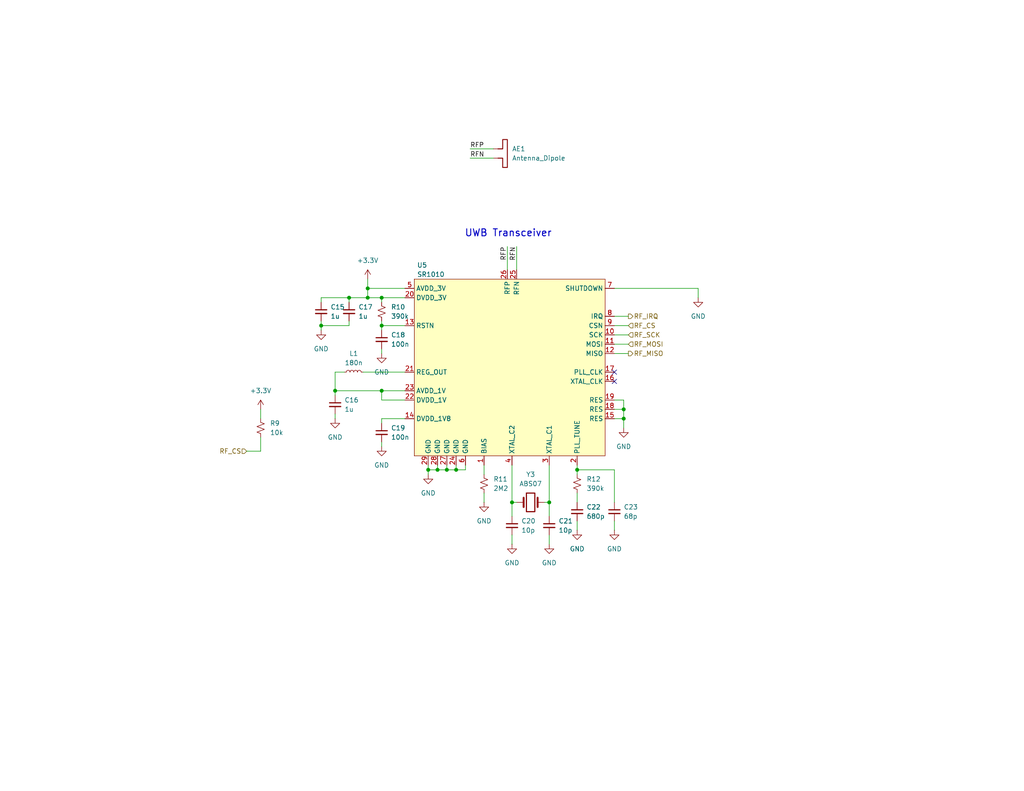
<source format=kicad_sch>
(kicad_sch (version 20250114) (generator "eeschema") (generator_version "9.0")
  (paper "USLetter")
  (title_block (title "RF Transceiver") (rev "1.0"))
  (lib_symbols
    (symbol "Device:Antenna_Dipole" (pin_numbers (hide yes)) (pin_names (offset 1.016) (hide yes))
      (property "Reference" "AE" (at 1.27 1.27 0))
      (property "Value" "Antenna_Dipole" (at 1.27 0 0))
      (symbol "Antenna_Dipole_0_1"
        (polyline (pts (xy 2.54 -3.81) (xy 2.54 -2.54) (xy 5.08 -2.54) (xy 5.08 -1.27) (xy -2.54 -1.27) (xy -2.54 -2.54) (xy 0 -2.54) (xy 0 -3.81)) (stroke (width 0.254)))
      )
      (symbol "Antenna_Dipole_1_1"
        (pin input line (at 0 -5.08 90) (length 2.54) (name "~") (number "1"))
        (pin input line (at 2.54 -5.08 90) (length 2.54) (name "~") (number "2"))
      )
    )
    (symbol "Device:C_Small" (pin_numbers (hide yes)) (pin_names (offset 0.254) (hide yes))
      (property "Reference" "C" (at 0.254 1.778 0))
      (property "Value" "C_Small" (at 0.254 -2.032 0))
      (symbol "C_Small_0_1"
        (polyline (pts (xy -1.524 0.508) (xy 1.524 0.508)) (stroke (width 0.3048)))
        (polyline (pts (xy -1.524 -0.508) (xy 1.524 -0.508)) (stroke (width 0.3302)))
      )
      (symbol "C_Small_1_1"
        (pin passive line (at 0 2.54 270) (length 2.032) (name "~") (number "1"))
        (pin passive line (at 0 -2.54 90) (length 2.032) (name "~") (number "2"))
      )
    )
    (symbol "Device:L_Small" (pin_numbers (hide yes)) (pin_names (offset 0.254) (hide yes))
      (property "Reference" "L" (at 0.762 1.016 0))
      (property "Value" "L_Small" (at 0.762 -1.016 0))
      (symbol "L_Small_0_1"
        (arc (start 0 2.032) (mid 0.5058 1.524) (end 0 1.016))
        (arc (start 0 1.016) (mid 0.5058 0.508) (end 0 0))
        (arc (start 0 0) (mid 0.5058 -0.508) (end 0 -1.016))
        (arc (start 0 -1.016) (mid 0.5058 -1.524) (end 0 -2.032))
      )
      (symbol "L_Small_1_1"
        (pin passive line (at 0 2.54 270) (length 0.508) (name "~") (number "1"))
        (pin passive line (at 0 -2.54 90) (length 0.508) (name "~") (number "2"))
      )
    )
    (symbol "Device:R_Small_US" (pin_numbers (hide yes)) (pin_names (offset 0.254) (hide yes))
      (property "Reference" "R" (at 0.762 0.508 0))
      (property "Value" "R_Small_US" (at 0.762 -1.016 0))
      (symbol "R_Small_US_1_1"
        (polyline (pts (xy 0 1.524) (xy 1.016 1.143) (xy 0 0.762) (xy -1.016 0.381) (xy 0 0)))
        (polyline (pts (xy 0 0) (xy 1.016 -0.381) (xy 0 -0.762) (xy -1.016 -1.143) (xy 0 -1.524)))
        (pin passive line (at 0 2.54 270) (length 1.016) (name "~") (number "1"))
        (pin passive line (at 0 -2.54 90) (length 1.016) (name "~") (number "2"))
      )
    )
    (symbol "kjp_symlib:ABS07-120-32.768KHZ-T" (pin_numbers (hide yes)) (pin_names (offset 1.016) (hide yes))
      (property "Reference" "Y" (at 0 3.81 0))
      (property "Value" "ABS07-120-32.768KHZ-T" (at 0 -3.81 0))
      (symbol "ABS07-120-32.768KHZ-T_0_1"
        (polyline (pts (xy -2.54 0) (xy -1.905 0)))
        (polyline (pts (xy -1.905 -1.27) (xy -1.905 1.27)) (stroke (width 0.508)))
        (rectangle (start -1.143 2.54) (end 1.143 -2.54) (stroke (width 0.3048)))
        (polyline (pts (xy 1.905 -1.27) (xy 1.905 1.27)) (stroke (width 0.508)))
        (polyline (pts (xy 2.54 0) (xy 1.905 0)))
      )
      (symbol "ABS07-120-32.768KHZ-T_1_1"
        (pin passive line (at -3.81 0 0) (length 1.27) (name "1") (number "1"))
        (pin passive line (at 3.81 0 180) (length 1.27) (name "2") (number "2"))
      )
    )
    (symbol "kjp_symlib:SR1010"
      (property "Reference" "U" (at -25.4 19.812 0))
      (property "Value" "SR1010" (at -22.352 17.78 0))
      (symbol "SR1010_1_1"
        (rectangle (start -26.67 16.51) (end 25.4 -31.75) (fill (type background)))
        (pin power_in line (at -29.21 13.97 0) (length 2.54) (name "AVDD_3V") (number "5"))
        (pin power_in line (at -29.21 11.43 0) (length 2.54) (name "DVDD_3V") (number "20"))
        (pin input line (at -29.21 3.81 0) (length 2.54) (name "RSTN") (number "13"))
        (pin output line (at -29.21 -8.89 0) (length 2.54) (name "REG_OUT") (number "21"))
        (pin power_in line (at -29.21 -13.97 0) (length 2.54) (name "AVDD_1V") (number "23"))
        (pin power_in line (at -29.21 -16.51 0) (length 2.54) (name "DVDD_1V") (number "22"))
        (pin power_in line (at -29.21 -21.59 0) (length 2.54) (name "DVDD_1V8") (number "14"))
        (pin power_in line (at -22.86 -34.29 90) (length 2.54) (name "GND") (number "29"))
        (pin power_in line (at -20.32 -34.29 90) (length 2.54) (name "GND") (number "28"))
        (pin power_in line (at -17.78 -34.29 90) (length 2.54) (name "GND") (number "27"))
        (pin power_in line (at -15.24 -34.29 90) (length 2.54) (name "GND") (number "24"))
        (pin power_in line (at -12.7 -34.29 90) (length 2.54) (name "GND") (number "6"))
        (pin bidirectional line (at -7.62 -34.29 90) (length 2.54) (name "BIAS") (number "1"))
        (pin bidirectional line (at -1.27 19.05 270) (length 2.54) (name "RFP") (number "26"))
        (pin output line (at 0 -34.29 90) (length 2.54) (name "XTAL_C2") (number "4"))
        (pin bidirectional line (at 1.27 19.05 270) (length 2.54) (name "RFN") (number "25"))
        (pin input line (at 10.16 -34.29 90) (length 2.54) (name "XTAL_C1") (number "3"))
        (pin bidirectional line (at 17.78 -34.29 90) (length 2.54) (name "PLL_TUNE") (number "2"))
        (pin input line (at 27.94 13.97 180) (length 2.54) (name "SHUTDOWN") (number "7"))
        (pin output line (at 27.94 6.35 180) (length 2.54) (name "IRQ") (number "8"))
        (pin input line (at 27.94 3.81 180) (length 2.54) (name "CSN") (number "9"))
        (pin input line (at 27.94 1.27 180) (length 2.54) (name "SCK") (number "10"))
        (pin input line (at 27.94 -1.27 180) (length 2.54) (name "MOSI") (number "11"))
        (pin output line (at 27.94 -3.81 180) (length 2.54) (name "MISO") (number "12"))
        (pin bidirectional line (at 27.94 -8.89 180) (length 2.54) (name "PLL_CLK") (number "17"))
        (pin bidirectional line (at 27.94 -11.43 180) (length 2.54) (name "XTAL_CLK") (number "16"))
        (pin unspecified line (at 27.94 -16.51 180) (length 2.54) (name "RES") (number "19"))
        (pin unspecified line (at 27.94 -19.05 180) (length 2.54) (name "RES") (number "18"))
        (pin unspecified line (at 27.94 -21.59 180) (length 2.54) (name "RES") (number "15"))
      )
    )
    (symbol "power:+3.3V" (power) (pin_numbers (hide yes)) (pin_names (offset 0) (hide yes))
      (property "Value" "+3.3V" (at 0 3.556 0))
      (symbol "+3.3V_0_1"
        (polyline (pts (xy -0.762 1.27) (xy 0 2.54)))
        (polyline (pts (xy 0 2.54) (xy 0.762 1.27)))
        (polyline (pts (xy 0 0) (xy 0 2.54)))
      )
      (symbol "+3.3V_1_1"
        (pin power_in line (at 0 0 90) (length 0) (name "~") (number "1"))
      )
    )
    (symbol "power:GND" (power) (pin_numbers (hide yes)) (pin_names (offset 0) (hide yes))
      (property "Value" "GND" (at 0 -3.81 0))
      (symbol "GND_0_1"
        (polyline (pts (xy 0 0) (xy 0 -1.27) (xy 1.27 -1.27) (xy 0 -2.54) (xy -1.27 -1.27) (xy 0 -1.27)))
      )
      (symbol "GND_1_1"
        (pin power_in line (at 0 0 270) (length 0) (name "~") (number "1"))
      )
    )
  )
  (text "UWB Transceiver" (at 138.684 63.754 0) (effects (font (size 1.905 1.905) (thickness 0.254) (bold yes))))
  (junction (at 121.92 128.27))
  (junction (at 170.18 111.76))
  (junction (at 116.84 128.27))
  (junction (at 149.86 137.16))
  (junction (at 104.14 106.68))
  (junction (at 157.48 128.27))
  (junction (at 104.14 81.28))
  (junction (at 95.25 81.28))
  (junction (at 170.18 114.3))
  (junction (at 87.63 88.9))
  (junction (at 91.44 106.68))
  (junction (at 100.33 81.28))
  (junction (at 104.14 88.9))
  (junction (at 139.7 137.16))
  (junction (at 124.46 128.27))
  (junction (at 100.33 78.74))
  (junction (at 119.38 128.27))
  (no_connect (at 167.64 104.14))
  (no_connect (at 167.64 101.6))
  (wire (pts (xy 139.7 146.05) (xy 139.7 148.59)))
  (wire (pts (xy 128.27 40.64) (xy 134.62 40.64)))
  (wire (pts (xy 104.14 87.63) (xy 104.14 88.9)))
  (wire (pts (xy 149.86 137.16) (xy 149.86 140.97)))
  (wire (pts (xy 93.98 101.6) (xy 91.44 101.6)))
  (wire (pts (xy 149.86 146.05) (xy 149.86 148.59)))
  (wire (pts (xy 104.14 114.3) (xy 104.14 115.57)))
  (wire (pts (xy 167.64 93.98) (xy 171.45 93.98)))
  (wire (pts (xy 91.44 113.03) (xy 91.44 114.3)))
  (wire (pts (xy 157.48 127) (xy 157.48 128.27)))
  (wire (pts (xy 167.64 88.9) (xy 171.45 88.9)))
  (wire (pts (xy 121.92 128.27) (xy 121.92 127)))
  (wire (pts (xy 127 128.27) (xy 127 127)))
  (wire (pts (xy 139.7 137.16) (xy 139.7 140.97)))
  (wire (pts (xy 100.33 78.74) (xy 100.33 81.28)))
  (wire (pts (xy 121.92 128.27) (xy 124.46 128.27)))
  (wire (pts (xy 167.64 109.22) (xy 170.18 109.22)))
  (wire (pts (xy 99.06 101.6) (xy 110.49 101.6)))
  (wire (pts (xy 87.63 88.9) (xy 95.25 88.9)))
  (wire (pts (xy 95.25 81.28) (xy 95.25 82.55)))
  (wire (pts (xy 140.97 67.31) (xy 140.97 73.66)))
  (wire (pts (xy 104.14 109.22) (xy 104.14 106.68)))
  (wire (pts (xy 128.27 43.18) (xy 134.62 43.18)))
  (wire (pts (xy 71.12 111.76) (xy 71.12 114.3)))
  (wire (pts (xy 132.08 134.62) (xy 132.08 137.16)))
  (wire (pts (xy 167.64 91.44) (xy 171.45 91.44)))
  (wire (pts (xy 170.18 111.76) (xy 170.18 114.3)))
  (wire (pts (xy 139.7 127) (xy 139.7 137.16)))
  (wire (pts (xy 167.64 128.27) (xy 167.64 137.16)))
  (wire (pts (xy 104.14 88.9) (xy 110.49 88.9)))
  (wire (pts (xy 71.12 123.19) (xy 67.31 123.19)))
  (wire (pts (xy 87.63 88.9) (xy 87.63 90.17)))
  (wire (pts (xy 104.14 106.68) (xy 110.49 106.68)))
  (wire (pts (xy 170.18 109.22) (xy 170.18 111.76)))
  (wire (pts (xy 104.14 81.28) (xy 104.14 82.55)))
  (wire (pts (xy 149.86 137.16) (xy 149.86 127)))
  (wire (pts (xy 100.33 81.28) (xy 95.25 81.28)))
  (wire (pts (xy 104.14 88.9) (xy 104.14 90.17)))
  (wire (pts (xy 119.38 128.27) (xy 121.92 128.27)))
  (wire (pts (xy 87.63 87.63) (xy 87.63 88.9)))
  (wire (pts (xy 100.33 81.28) (xy 104.14 81.28)))
  (wire (pts (xy 167.64 96.52) (xy 171.45 96.52)))
  (wire (pts (xy 119.38 128.27) (xy 119.38 127)))
  (wire (pts (xy 91.44 106.68) (xy 91.44 107.95)))
  (wire (pts (xy 157.48 142.24) (xy 157.48 144.78)))
  (wire (pts (xy 95.25 88.9) (xy 95.25 87.63)))
  (wire (pts (xy 71.12 119.38) (xy 71.12 123.19)))
  (wire (pts (xy 138.43 67.31) (xy 138.43 73.66)))
  (wire (pts (xy 140.97 137.16) (xy 139.7 137.16)))
  (wire (pts (xy 157.48 134.62) (xy 157.48 137.16)))
  (wire (pts (xy 95.25 81.28) (xy 87.63 81.28)))
  (wire (pts (xy 116.84 127) (xy 116.84 128.27)))
  (wire (pts (xy 170.18 114.3) (xy 170.18 116.84)))
  (wire (pts (xy 116.84 128.27) (xy 116.84 129.54)))
  (wire (pts (xy 100.33 78.74) (xy 110.49 78.74)))
  (wire (pts (xy 104.14 120.65) (xy 104.14 121.92)))
  (wire (pts (xy 104.14 95.25) (xy 104.14 96.52)))
  (wire (pts (xy 190.5 78.74) (xy 167.64 78.74)))
  (wire (pts (xy 157.48 128.27) (xy 157.48 129.54)))
  (wire (pts (xy 110.49 109.22) (xy 104.14 109.22)))
  (wire (pts (xy 116.84 128.27) (xy 119.38 128.27)))
  (wire (pts (xy 110.49 81.28) (xy 104.14 81.28)))
  (wire (pts (xy 167.64 111.76) (xy 170.18 111.76)))
  (wire (pts (xy 132.08 127) (xy 132.08 129.54)))
  (wire (pts (xy 190.5 81.28) (xy 190.5 78.74)))
  (wire (pts (xy 157.48 128.27) (xy 167.64 128.27)))
  (wire (pts (xy 91.44 101.6) (xy 91.44 106.68)))
  (wire (pts (xy 124.46 128.27) (xy 127 128.27)))
  (wire (pts (xy 91.44 106.68) (xy 104.14 106.68)))
  (wire (pts (xy 124.46 128.27) (xy 124.46 127)))
  (wire (pts (xy 100.33 76.2) (xy 100.33 78.74)))
  (wire (pts (xy 110.49 114.3) (xy 104.14 114.3)))
  (wire (pts (xy 167.64 114.3) (xy 170.18 114.3)))
  (wire (pts (xy 167.64 142.24) (xy 167.64 144.78)))
  (wire (pts (xy 87.63 81.28) (xy 87.63 82.55)))
  (wire (pts (xy 148.59 137.16) (xy 149.86 137.16)))
  (wire (pts (xy 167.64 86.36) (xy 171.45 86.36)))
  (label "RFP" (at 138.43 67.31 270))
  (label "RFP" (at 128.27 40.64 0))
  (label "RFN" (at 128.27 43.18 0))
  (label "RFN" (at 140.97 67.31 270))
  (hierarchical_label "RF_MOSI" (shape input) (at 171.45 93.98 0))
  (hierarchical_label "RF_SCK" (shape input) (at 171.45 91.44 0))
  (hierarchical_label "RF_IRQ" (shape output) (at 171.45 86.36 0))
  (hierarchical_label "RF_MISO" (shape output) (at 171.45 96.52 0))
  (hierarchical_label "RF_CS" (shape input) (at 171.45 88.9 0))
  (hierarchical_label "RF_CS" (shape input) (at 67.31 123.19 180))
  (symbol (lib_id "power:+3.3V") (at 100.33 76.2 0) (unit 1)
    (property "Reference" "#PWR041" (effects (hide yes)))
    (property "Value" "+3.3V" (at 100.33 71.12 0))
    (property "Description" "Power symbol creates a global label with name \"+3.3V\"" (effects (hide yes)))
  )
  (symbol (lib_id "Device:C_Small") (at 139.7 143.51 0) (unit 1)
    (property "Reference" "C20" (at 142.24 142.2462 0) (effects (justify left)))
    (property "Value" "10p" (at 142.24 144.7862 0) (effects (justify left)))
    (property "Footprint" "Capacitor_SMD:C_0402_1005Metric" (effects (hide yes)))
    (property "Description" "Unpolarized capacitor, small symbol" (effects (hide yes)))
  )
  (symbol (lib_id "power:GND") (at 139.7 148.59 0) (unit 1)
    (property "Reference" "#PWR046" (effects (hide yes)))
    (property "Value" "GND" (at 139.7 153.67 0))
    (property "Description" "Power symbol creates a global label with name \"GND\" , ground" (effects (hide yes)))
  )
  (symbol (lib_id "power:GND") (at 149.86 148.59 0) (unit 1)
    (property "Reference" "#PWR047" (effects (hide yes)))
    (property "Value" "GND" (at 149.86 153.67 0))
    (property "Description" "Power symbol creates a global label with name \"GND\" , ground" (effects (hide yes)))
  )
  (symbol (lib_id "Device:R_Small_US") (at 71.12 116.84 0) (unit 1)
    (property "Reference" "R9" (at 73.66 115.5699 0) (effects (justify left)))
    (property "Value" "10k" (at 73.66 118.1099 0) (effects (justify left)))
    (property "Footprint" "Resistor_SMD:R_0402_1005Metric" (effects (hide yes)))
    (property "Description" "Resistor, small US symbol" (effects (hide yes)))
  )
  (symbol (lib_id "power:GND") (at 167.64 144.78 0) (unit 1)
    (property "Reference" "#PWR049" (effects (hide yes)))
    (property "Value" "GND" (at 167.64 149.86 0))
    (property "Description" "Power symbol creates a global label with name \"GND\" , ground" (effects (hide yes)))
  )
  (symbol (lib_id "Device:R_Small_US") (at 132.08 132.08 0) (unit 1)
    (property "Reference" "R11" (at 134.62 130.8099 0) (effects (justify left)))
    (property "Value" "2M2" (at 134.62 133.3499 0) (effects (justify left)))
    (property "Footprint" "Resistor_SMD:R_0603_1608Metric" (effects (hide yes)))
    (property "Description" "Resistor, small US symbol" (effects (hide yes)))
  )
  (symbol (lib_id "Device:C_Small") (at 149.86 143.51 0) (unit 1)
    (property "Reference" "C21" (at 152.4 142.2462 0) (effects (justify left)))
    (property "Value" "10p" (at 152.4 144.7862 0) (effects (justify left)))
    (property "Footprint" "Capacitor_SMD:C_0402_1005Metric" (effects (hide yes)))
    (property "Description" "Unpolarized capacitor, small symbol" (effects (hide yes)))
  )
  (symbol (lib_id "Device:R_Small_US") (at 157.48 132.08 0) (unit 1)
    (property "Reference" "R12" (at 160.02 130.8099 0) (effects (justify left)))
    (property "Value" "390k" (at 160.02 133.3499 0) (effects (justify left)))
    (property "Footprint" "Resistor_SMD:R_0402_1005Metric" (effects (hide yes)))
    (property "Description" "Resistor, small US symbol" (effects (hide yes)))
  )
  (symbol (lib_id "power:GND") (at 104.14 96.52 0) (unit 1)
    (property "Reference" "#PWR042" (effects (hide yes)))
    (property "Value" "GND" (at 104.14 101.6 0))
    (property "Description" "Power symbol creates a global label with name \"GND\" , ground" (effects (hide yes)))
  )
  (symbol (lib_id "kjp_symlib:ABS07-120-32.768KHZ-T") (at 144.78 137.16 0) (unit 1)
    (property "Reference" "Y3" (at 144.78 129.54 0))
    (property "Value" "ABS07" (at 144.78 132.08 0))
    (property "Footprint" "kjp_fplib:ABS07-120-32.768KHZ-T" (effects (hide yes)))
    (property "Datasheet" "https://abracon.com/datasheets/ABS07-120-32.768kHz-T.pdf" (effects (hide yes)))
    (property "Description" "Two pin crystal" (effects (hide yes)))
  )
  (symbol (lib_id "Device:C_Small") (at 95.25 85.09 0) (unit 1)
    (property "Reference" "C17" (at 97.79 83.8262 0) (effects (justify left)))
    (property "Value" "1u" (at 97.79 86.3662 0) (effects (justify left)))
    (property "Footprint" "Capacitor_SMD:C_0402_1005Metric" (effects (hide yes)))
    (property "Description" "Unpolarized capacitor, small symbol" (effects (hide yes)))
  )
  (symbol (lib_id "Device:L_Small") (at 96.52 101.6 90) (unit 1)
    (property "Reference" "L1" (at 96.52 96.52 90))
    (property "Value" "180n" (at 96.52 99.06 90))
    (property "Footprint" "Inductor_SMD:L_0402_1005Metric" (effects (hide yes)))
    (property "Description" "Inductor, small symbol" (effects (hide yes)))
  )
  (symbol (lib_id "power:GND") (at 91.44 114.3 0) (unit 1)
    (property "Reference" "#PWR040" (effects (hide yes)))
    (property "Value" "GND" (at 91.44 119.38 0))
    (property "Description" "Power symbol creates a global label with name \"GND\" , ground" (effects (hide yes)))
  )
  (symbol (lib_id "Device:C_Small") (at 167.64 139.7 0) (unit 1)
    (property "Reference" "C23" (at 170.18 138.4362 0) (effects (justify left)))
    (property "Value" "68p" (at 170.18 140.9762 0) (effects (justify left)))
    (property "Footprint" "Capacitor_SMD:C_0402_1005Metric" (effects (hide yes)))
    (property "Description" "Unpolarized capacitor, small symbol" (effects (hide yes)))
  )
  (symbol (lib_id "Device:R_Small_US") (at 104.14 85.09 0) (unit 1)
    (property "Reference" "R10" (at 106.68 83.8199 0) (effects (justify left)))
    (property "Value" "390k" (at 106.68 86.3599 0) (effects (justify left)))
    (property "Footprint" "Resistor_SMD:R_0402_1005Metric" (effects (hide yes)))
    (property "Description" "Resistor, small US symbol" (effects (hide yes)))
  )
  (symbol (lib_id "Device:C_Small") (at 104.14 118.11 0) (unit 1)
    (property "Reference" "C19" (at 106.68 116.8462 0) (effects (justify left)))
    (property "Value" "100n" (at 106.68 119.3862 0) (effects (justify left)))
    (property "Footprint" "Capacitor_SMD:C_0402_1005Metric" (effects (hide yes)))
    (property "Description" "Unpolarized capacitor, small symbol" (effects (hide yes)))
  )
  (symbol (lib_id "Device:C_Small") (at 91.44 110.49 0) (unit 1)
    (property "Reference" "C16" (at 93.98 109.2262 0) (effects (justify left)))
    (property "Value" "1u" (at 93.98 111.7662 0) (effects (justify left)))
    (property "Footprint" "Capacitor_SMD:C_0402_1005Metric" (effects (hide yes)))
    (property "Description" "Unpolarized capacitor, small symbol" (effects (hide yes)))
  )
  (symbol (lib_id "power:GND") (at 190.5 81.28 0) (unit 1)
    (property "Reference" "#PWR051" (effects (hide yes)))
    (property "Value" "GND" (at 190.5 86.36 0))
    (property "Description" "Power symbol creates a global label with name \"GND\" , ground" (effects (hide yes)))
  )
  (symbol (lib_id "power:GND") (at 132.08 137.16 0) (unit 1)
    (property "Reference" "#PWR045" (effects (hide yes)))
    (property "Value" "GND" (at 132.08 142.24 0))
    (property "Description" "Power symbol creates a global label with name \"GND\" , ground" (effects (hide yes)))
  )
  (symbol (lib_id "kjp_symlib:SR1010") (at 139.7 92.71 0) (unit 1)
    (property "Reference" "U5" (at 113.792 72.39 0) (effects (justify left)))
    (property "Value" "SR1010" (at 113.792 74.93 0) (effects (justify left)))
    (property "Footprint" "Package_DFN_QFN:QFN-28-1EP_4x4mm_P0.4mm_EP2.7x2.7mm" (effects (hide yes)))
  )
  (symbol (lib_id "power:GND") (at 87.63 90.17 0) (unit 1)
    (property "Reference" "#PWR039" (effects (hide yes)))
    (property "Value" "GND" (at 87.63 95.25 0))
    (property "Description" "Power symbol creates a global label with name \"GND\" , ground" (effects (hide yes)))
  )
  (symbol (lib_id "power:GND") (at 157.48 144.78 0) (unit 1)
    (property "Reference" "#PWR048" (effects (hide yes)))
    (property "Value" "GND" (at 157.48 149.86 0))
    (property "Description" "Power symbol creates a global label with name \"GND\" , ground" (effects (hide yes)))
  )
  (symbol (lib_id "Device:Antenna_Dipole") (at 139.7 40.64 270) (unit 1)
    (property "Reference" "AE1" (at 139.7 40.6399 90) (effects (justify left)))
    (property "Value" "Antenna_Dipole" (at 139.7 43.1799 90) (effects (justify left)))
    (property "Footprint" "kjp_fplib:Dipole Antenna" (effects (hide yes)))
    (property "Description" "Dipole antenna" (effects (hide yes)))
  )
  (symbol (lib_id "Device:C_Small") (at 104.14 92.71 0) (unit 1)
    (property "Reference" "C18" (at 106.68 91.4462 0) (effects (justify left)))
    (property "Value" "100n" (at 106.68 93.9862 0) (effects (justify left)))
    (property "Footprint" "Capacitor_SMD:C_0402_1005Metric" (effects (hide yes)))
    (property "Description" "Unpolarized capacitor, small symbol" (effects (hide yes)))
  )
  (symbol (lib_id "Device:C_Small") (at 87.63 85.09 0) (unit 1)
    (property "Reference" "C15" (at 90.17 83.8262 0) (effects (justify left)))
    (property "Value" "1u" (at 90.17 86.3662 0) (effects (justify left)))
    (property "Footprint" "Capacitor_SMD:C_0402_1005Metric" (effects (hide yes)))
    (property "Description" "Unpolarized capacitor, small symbol" (effects (hide yes)))
  )
  (symbol (lib_id "power:GND") (at 104.14 121.92 0) (unit 1)
    (property "Reference" "#PWR043" (effects (hide yes)))
    (property "Value" "GND" (at 104.14 127 0))
    (property "Description" "Power symbol creates a global label with name \"GND\" , ground" (effects (hide yes)))
  )
  (symbol (lib_id "power:+3.3V") (at 71.12 111.76 0) (unit 1)
    (property "Reference" "#PWR038" (effects (hide yes)))
    (property "Value" "+3.3V" (at 71.12 106.68 0))
    (property "Description" "Power symbol creates a global label with name \"+3.3V\"" (effects (hide yes)))
  )
  (symbol (lib_id "Device:C_Small") (at 157.48 139.7 0) (unit 1)
    (property "Reference" "C22" (at 160.02 138.4362 0) (effects (justify left)))
    (property "Value" "680p" (at 160.02 140.9762 0) (effects (justify left)))
    (property "Footprint" "Capacitor_SMD:C_0402_1005Metric" (effects (hide yes)))
    (property "Description" "Unpolarized capacitor, small symbol" (effects (hide yes)))
  )
  (symbol (lib_id "power:GND") (at 116.84 129.54 0) (unit 1)
    (property "Reference" "#PWR044" (effects (hide yes)))
    (property "Value" "GND" (at 116.84 134.62 0))
    (property "Description" "Power symbol creates a global label with name \"GND\" , ground" (effects (hide yes)))
  )
  (symbol (lib_id "power:GND") (at 170.18 116.84 0) (unit 1)
    (property "Reference" "#PWR050" (effects (hide yes)))
    (property "Value" "GND" (at 170.18 121.92 0))
    (property "Description" "Power symbol creates a global label with name \"GND\" , ground" (effects (hide yes)))
  )
)
</source>
